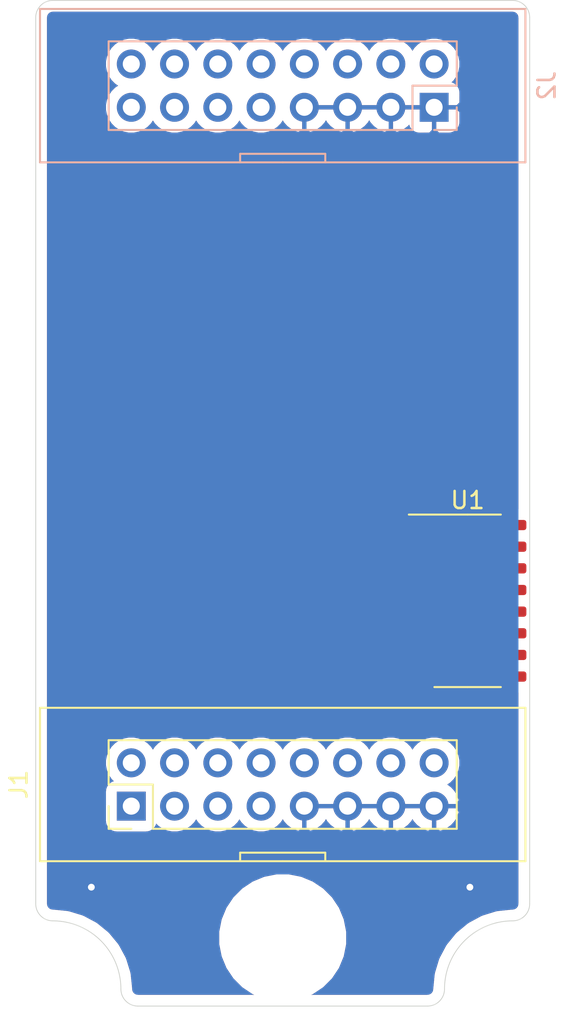
<source format=kicad_pcb>
(kicad_pcb (version 20221018) (generator pcbnew)
  (layers (0 "F.Cu" signal) (31 "B.Cu" signal) (34 "B.Paste" user) (35 "F.Paste" user) (36 "B.SilkS" user "B.Silkscreen") (37 "F.SilkS" user "F.Silkscreen") (38 "B.Mask" user) (39 "F.Mask" user) (44 "Edge.Cuts" user))
  (net 0 "")
  (net 1 "+5V")
  (net 2 "GND")
  (net 3 "O0")
  (net 4 "O1")
  (net 5 "O3")
  (net 6 "O4")
  (net 7 "O5")
  (net 8 "O6")
  (net 9 "O7")
  (net 10 "O2")
  (net 11 "I0")
  (net 12 "I7")
  (net 13 "I6")
  (net 14 "I5")
  (net 15 "I4")
  (net 16 "I3")
  (net 17 "I2")
  (net 18 "I1")
  (footprint "Package_SO:SOIC-16_3.9x9.9mm_P1.27mm" (layer "F.Cu") (at 45.356 55.224)
    (fp_text reference "U1" (at 0 -5.9 180) (layer "F.SilkS"))
    (fp_text value "SP720ABTG")
    (fp_line (start 0 -5.06) (end -3.45 -5.06) (stroke (width 0.12)) (layer "F.SilkS"))
    (fp_line (start 0 -5.06) (end 1.95 -5.06) (stroke (width 0.12)) (layer "F.SilkS"))
    (fp_line (start 0 5.06) (end -1.95 5.06) (stroke (width 0.12)) (layer "F.SilkS"))
    (fp_line (start 0 5.06) (end 1.95 5.06) (stroke (width 0.12)) (layer "F.SilkS"))
    (pad "1" smd roundrect (at -2.475 -4.445) (size 1.95 0.6) (layers "F.Cu" "F.Paste" "F.Mask") (net 2 "GND"))
    (pad "2" smd roundrect (at -2.475 -3.175) (size 1.95 0.6) (layers "F.Cu" "F.Paste" "F.Mask") (net 2 "GND"))
    (pad "3" smd roundrect (at -2.475 -1.905) (size 1.95 0.6) (layers "F.Cu" "F.Paste" "F.Mask") (net 2 "GND"))
    (pad "4" smd roundrect (at -2.475 -0.635) (size 1.95 0.6) (layers "F.Cu" "F.Paste" "F.Mask") (net 3 "O0"))
    (pad "5" smd roundrect (at -2.475 0.635) (size 1.95 0.6) (layers "F.Cu" "F.Paste" "F.Mask") (net 4 "O1"))
    (pad "6" smd roundrect (at -2.475 1.905) (size 1.95 0.6) (layers "F.Cu" "F.Paste" "F.Mask") (net 10 "O2"))
    (pad "7" smd roundrect (at -2.475 3.175) (size 1.95 0.6) (layers "F.Cu" "F.Paste" "F.Mask") (net 5 "O3"))
    (pad "8" smd roundrect (at -2.475 4.445) (size 1.95 0.6) (layers "F.Cu" "F.Paste" "F.Mask") (net 2 "GND"))
    (pad "9" smd roundrect (at 2.475 4.445) (size 1.95 0.6) (layers "F.Cu" "F.Paste" "F.Mask") (net 9 "O7"))
    (pad "10" smd roundrect (at 2.475 3.175) (size 1.95 0.6) (layers "F.Cu" "F.Paste" "F.Mask") (net 8 "O6"))
    (pad "11" smd roundrect (at 2.475 1.905) (size 1.95 0.6) (layers "F.Cu" "F.Paste" "F.Mask") (net 7 "O5"))
    (pad "12" smd roundrect (at 2.475 0.635) (size 1.95 0.6) (layers "F.Cu" "F.Paste" "F.Mask") (net 6 "O4"))
    (pad "13" smd roundrect (at 2.475 -0.635) (size 1.95 0.6) (layers "F.Cu" "F.Paste" "F.Mask") (net 2 "GND"))
    (pad "14" smd roundrect (at 2.475 -1.905) (size 1.95 0.6) (layers "F.Cu" "F.Paste" "F.Mask") (net 2 "GND"))
    (pad "15" smd roundrect (at 2.475 -3.175) (size 1.95 0.6) (layers "F.Cu" "F.Paste" "F.Mask") (net 2 "GND"))
    (pad "16" smd roundrect (at 2.475 -4.445) (size 1.95 0.6) (layers "F.Cu" "F.Paste" "F.Mask") (net 1 "+5V"))
  )
  (footprint "KTANE:PinHeader_2x08_P2.54mm_Vertical-Centered" (layer "F.Cu") (at 34.5 66 90)
    (fp_text reference "J1" (at 0 -15.5 90) (layer "F.SilkS"))
    (fp_text value "In")
    (fp_line (start -4.5 -14.25) (end 4.5 -14.25) (stroke (width 0.12)) (layer "F.SilkS"))
    (fp_line (start -4.5 -2.5) (end -4 -2.5) (stroke (width 0.12)) (layer "F.SilkS"))
    (fp_line (start -4.5 0) (end -4.5 -14.25) (stroke (width 0.12)) (layer "F.SilkS"))
    (fp_line (start -4.5 14.25) (end -4.5 0) (stroke (width 0.12)) (layer "F.SilkS"))
    (fp_line (start -4 -2.5) (end -4 2.5) (stroke (width 0.12)) (layer "F.SilkS"))
    (fp_line (start -4 2.5) (end -4.5 2.5) (stroke (width 0.12)) (layer "F.SilkS"))
    (fp_line (start -2.6 -10.22) (end -1.27 -10.22) (stroke (width 0.12)) (layer "F.SilkS"))
    (fp_line (start -2.6 -8.89) (end -2.6 -10.22) (stroke (width 0.12)) (layer "F.SilkS"))
    (fp_line (start -2.6 -7.62) (end -2.6 10.22) (stroke (width 0.12)) (layer "F.SilkS"))
    (fp_line (start -2.6 -7.62) (end 0 -7.62) (stroke (width 0.12)) (layer "F.SilkS"))
    (fp_line (start -2.6 10.22) (end 2.6 10.22) (stroke (width 0.12)) (layer "F.SilkS"))
    (fp_line (start 0 -10.22) (end 2.6 -10.22) (stroke (width 0.12)) (layer "F.SilkS"))
    (fp_line (start 0 -7.62) (end 0 -10.22) (stroke (width 0.12)) (layer "F.SilkS"))
    (fp_line (start 2.6 -10.22) (end 2.6 10.22) (stroke (width 0.12)) (layer "F.SilkS"))
    (fp_line (start 4.5 -14.25) (end 4.5 14.25) (stroke (width 0.12)) (layer "F.SilkS"))
    (fp_line (start 4.5 14.25) (end -4.5 14.25) (stroke (width 0.12)) (layer "F.SilkS"))
    (pad "1" thru_hole rect (at -1.27 -8.89 90) (size 1.7 1.7) (drill 1) (layers "*.Cu" "*.Mask") (net 1 "+5V"))
    (pad "2" thru_hole oval (at 1.27 -8.89 90) (size 1.7 1.7) (drill 1) (layers "*.Cu" "*.Mask") (net 3 "O0"))
    (pad "3" thru_hole oval (at -1.27 -6.35 90) (size 1.7 1.7) (drill 1) (layers "*.Cu" "*.Mask") (net 1 "+5V"))
    (pad "4" thru_hole oval (at 1.27 -6.35 90) (size 1.7 1.7) (drill 1) (layers "*.Cu" "*.Mask") (net 4 "O1"))
    (pad "5" thru_hole oval (at -1.27 -3.81 90) (size 1.7 1.7) (drill 1) (layers "*.Cu" "*.Mask") (net 1 "+5V"))
    (pad "6" thru_hole oval (at 1.27 -3.81 90) (size 1.7 1.7) (drill 1) (layers "*.Cu" "*.Mask") (net 10 "O2"))
    (pad "7" thru_hole oval (at -1.27 -1.27 90) (size 1.7 1.7) (drill 1) (layers "*.Cu" "*.Mask") (net 1 "+5V"))
    (pad "8" thru_hole oval (at 1.27 -1.27 90) (size 1.7 1.7) (drill 1) (layers "*.Cu" "*.Mask") (net 5 "O3"))
    (pad "9" thru_hole oval (at -1.27 1.27 90) (size 1.7 1.7) (drill 1) (layers "*.Cu" "*.Mask") (net 2 "GND"))
    (pad "10" thru_hole oval (at 1.27 1.27 90) (size 1.7 1.7) (drill 1) (layers "*.Cu" "*.Mask") (net 6 "O4"))
    (pad "11" thru_hole oval (at -1.27 3.81 90) (size 1.7 1.7) (drill 1) (layers "*.Cu" "*.Mask") (net 2 "GND"))
    (pad "12" thru_hole oval (at 1.27 3.81 90) (size 1.7 1.7) (drill 1) (layers "*.Cu" "*.Mask") (net 7 "O5"))
    (pad "13" thru_hole oval (at -1.27 6.35 90) (size 1.7 1.7) (drill 1) (layers "*.Cu" "*.Mask") (net 2 "GND"))
    (pad "14" thru_hole oval (at 1.27 6.35 90) (size 1.7 1.7) (drill 1) (layers "*.Cu" "*.Mask") (net 8 "O6"))
    (pad "15" thru_hole oval (at -1.27 8.89 90) (size 1.7 1.7) (drill 1) (layers "*.Cu" "*.Mask") (net 2 "GND"))
    (pad "16" thru_hole oval (at 1.27 8.89 90) (size 1.7 1.7) (drill 1) (layers "*.Cu" "*.Mask") (net 9 "O7"))
  )
  (footprint "MountingHole:MountingHole_3.2mm_M3" (layer "F.Cu") (at 34.5 75)
    (fp_text reference "REF**" hide)
    (fp_text value "MountingHole_3.2mm_M3")
    (pad "" np_thru_hole circle locked (at 0 0) (size 3.2 3.2) (drill 3.2) (layers "*.Cu" "*.Mask"))
  )
  (footprint "KTANE:PinHeader_2x08_P2.54mm_Vertical-Centered" (layer "B.Cu") (at 34.5 25 90)
    (fp_text reference "J2" (at 0 15.5 270) (layer "B.SilkS") (effects (justify mirror)))
    (fp_text value "In")
    (fp_line (start -4.5 -14.25) (end -4.5 0) (stroke (width 0.12)) (layer "B.SilkS"))
    (fp_line (start -4.5 0) (end -4.5 14.25) (stroke (width 0.12)) (layer "B.SilkS"))
    (fp_line (start -4.5 2.5) (end -4 2.5) (stroke (width 0.12)) (layer "B.SilkS"))
    (fp_line (start -4.5 14.25) (end 4.5 14.25) (stroke (width 0.12)) (layer "B.SilkS"))
    (fp_line (start -4 -2.5) (end -4.5 -2.5) (stroke (width 0.12)) (layer "B.SilkS"))
    (fp_line (start -4 2.5) (end -4 -2.5) (stroke (width 0.12)) (layer "B.SilkS"))
    (fp_line (start -2.6 -10.22) (end 2.6 -10.22) (stroke (width 0.12)) (layer "B.SilkS"))
    (fp_line (start -2.6 7.62) (end -2.6 -10.22) (stroke (width 0.12)) (layer "B.SilkS"))
    (fp_line (start -2.6 7.62) (end 0 7.62) (stroke (width 0.12)) (layer "B.SilkS"))
    (fp_line (start -2.6 8.89) (end -2.6 10.22) (stroke (width 0.12)) (layer "B.SilkS"))
    (fp_line (start -2.6 10.22) (end -1.27 10.22) (stroke (width 0.12)) (layer "B.SilkS"))
    (fp_line (start 0 7.62) (end 0 10.22) (stroke (width 0.12)) (layer "B.SilkS"))
    (fp_line (start 0 10.22) (end 2.6 10.22) (stroke (width 0.12)) (layer "B.SilkS"))
    (fp_line (start 2.6 10.22) (end 2.6 -10.22) (stroke (width 0.12)) (layer "B.SilkS"))
    (fp_line (start 4.5 -14.25) (end -4.5 -14.25) (stroke (width 0.12)) (layer "B.SilkS"))
    (fp_line (start 4.5 14.25) (end 4.5 -14.25) (stroke (width 0.12)) (layer "B.SilkS"))
    (pad "1" thru_hole rect (at -1.27 8.89 90) (size 1.7 1.7) (drill 1) (layers "*.Cu" "*.Mask") (net 2 "GND"))
    (pad "2" thru_hole oval (at 1.27 8.89 90) (size 1.7 1.7) (drill 1) (layers "*.Cu" "*.Mask") (net 12 "I7"))
    (pad "3" thru_hole oval (at -1.27 6.35 90) (size 1.7 1.7) (drill 1) (layers "*.Cu" "*.Mask") (net 2 "GND"))
    (pad "4" thru_hole oval (at 1.27 6.35 90) (size 1.7 1.7) (drill 1) (layers "*.Cu" "*.Mask") (net 13 "I6"))
    (pad "5" thru_hole oval (at -1.27 3.81 90) (size 1.7 1.7) (drill 1) (layers "*.Cu" "*.Mask") (net 2 "GND"))
    (pad "6" thru_hole oval (at 1.27 3.81 90) (size 1.7 1.7) (drill 1) (layers "*.Cu" "*.Mask") (net 14 "I5"))
    (pad "7" thru_hole oval (at -1.27 1.27 90) (size 1.7 1.7) (drill 1) (layers "*.Cu" "*.Mask") (net 2 "GND"))
    (pad "8" thru_hole oval (at 1.27 1.27 90) (size 1.7 1.7) (drill 1) (layers "*.Cu" "*.Mask") (net 15 "I4"))
    (pad "9" thru_hole oval (at -1.27 -1.27 90) (size 1.7 1.7) (drill 1) (layers "*.Cu" "*.Mask") (net 1 "+5V"))
    (pad "10" thru_hole oval (at 1.27 -1.27 90) (size 1.7 1.7) (drill 1) (layers "*.Cu" "*.Mask") (net 16 "I3"))
    (pad "11" thru_hole oval (at -1.27 -3.81 90) (size 1.7 1.7) (drill 1) (layers "*.Cu" "*.Mask") (net 1 "+5V"))
    (pad "12" thru_hole oval (at 1.27 -3.81 90) (size 1.7 1.7) (drill 1) (layers "*.Cu" "*.Mask") (net 17 "I2"))
    (pad "13" thru_hole oval (at -1.27 -6.35 90) (size 1.7 1.7) (drill 1) (layers "*.Cu" "*.Mask") (net 1 "+5V"))
    (pad "14" thru_hole oval (at 1.27 -6.35 90) (size 1.7 1.7) (drill 1) (layers "*.Cu" "*.Mask") (net 18 "I1"))
    (pad "15" thru_hole oval (at -1.27 -8.89 90) (size 1.7 1.7) (drill 1) (layers "*.Cu" "*.Mask") (net 1 "+5V"))
    (pad "16" thru_hole oval (at 1.27 -8.89 90) (size 1.7 1.7) (drill 1) (layers "*.Cu" "*.Mask") (net 11 "I0"))
  )
  (gr_line (start 21 20) (end 48 20) (stroke (width 0.05)) (layer "Edge.Cuts"))
  (gr_line (start 49 21) (end 49 73) (stroke (width 0.05)) (layer "Edge.Cuts"))
  (gr_line (start 43 79) (end 26 79) (stroke (width 0.05)) (layer "Edge.Cuts"))
  (gr_line (start 20 73) (end 20 21) (stroke (width 0.05)) (layer "Edge.Cuts"))
  (gr_arc (start 20 21) (mid 20.292893 20.292893) (end 21 20) (stroke (width 0.05)) (layer "Edge.Cuts"))
  (gr_arc (start 48 20) (mid 48.707107 20.292893) (end 49 21) (stroke (width 0.05)) (layer "Edge.Cuts"))
  (gr_arc (start 44 78) (mid 45.171573 75.171573) (end 48 74) (stroke (width 0.05)) (layer "Edge.Cuts"))
  (gr_arc (start 21 74) (mid 23.828427 75.171573) (end 25 78) (stroke (width 0.05)) (layer "Edge.Cuts"))
  (gr_arc (start 44 78) (mid 43.707107 78.707107) (end 43 79) (stroke (width 0.05)) (layer "Edge.Cuts"))
  (gr_arc (start 21 74) (mid 20.292893 73.707107) (end 20 73) (stroke (width 0.05)) (layer "Edge.Cuts"))
  (gr_arc (start 26 79) (mid 25.292893 78.707107) (end 25 78) (stroke (width 0.05)) (layer "Edge.Cuts"))
  (gr_arc (start 49 73) (mid 48.707107 73.707107) (end 48 74) (stroke (width 0.05)) (layer "Edge.Cuts"))
  (via (at 23.265 72.025) (size 0.8) (drill 0.4) (layers "F.Cu" "B.Cu") (net 2))
  (via (at 45.49 72.025) (size 0.8) (drill 0.4) (layers "F.Cu" "B.Cu") (net 2))
  (zone (net 2) (net_name "GND") (layer "F.Cu") (connect_pads (clearance 0.508)) (min_thickness 0.254) (fill yes (thermal_gap 0.508) (thermal_bridge_width 0.508))
    (polygon (pts (xy 49 79) (xy 20 79) (xy 20 20) (xy 49 20)))
  )
  (zone (net 2) (net_name "GND") (layer "B.Cu") (connect_pads (clearance 0.508)) (min_thickness 0.254) (fill yes (thermal_gap 0.508) (thermal_bridge_width 0.508))
    (polygon (pts (xy 49 79) (xy 20 79) (xy 20 20) (xy 49 20)))
  )
)
</source>
